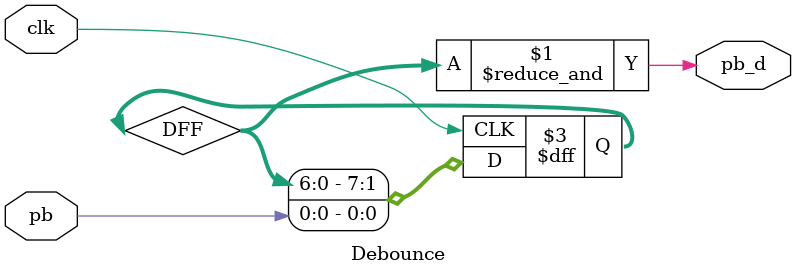
<source format=v>
`include "clock_divisor.v"
`include "mouse.v"
`include "vga.v"
`include "pixel_gen.v"

module Top (
    input clk,
    input rst,
    input button_in_U,
    input button_in_D,
    input button_in_L,
    input button_in_R,
    input button_in_M,
    output [3:0] vgaRed,
    output [3:0] vgaGreen,
    output [3:0] vgaBlue,
    output hsync,
    output vsync,
    inout PS2_CLK,
    inout PS2_DATA
);

    wire button_U, button_D, button_L, button_R, button_M;
    Debounce DB_U (clk, button_in_U, button_U);
    Debounce DB_D (clk, button_in_D, button_D);
    Debounce DB_L (clk, button_in_L, button_L);
    Debounce DB_R (clk, button_in_R, button_R);
    Debounce DB_M (clk, button_in_M, button_M);

    wire clk_25MHz;
    Clk_Divisor_4 Clk_Div_4 (clk, clk_25MHz);

    wire valid;
    wire clk_frame;
    wire [9:0] h_cnt;  //640
    wire [9:0] v_cnt;  //480

    wire enable_mouse_display;
    wire [9:0] mouseX, mouseY;
    wire [3:0] MOUSE_RED, MOUSE_GREEN, MOUSE_BLUE;
    wire [11:0] MOUSE_PIXEL = {MOUSE_RED, MOUSE_GREEN, MOUSE_BLUE};

    Pixel_Gen Pixel_Gen (
        .h_cnt(h_cnt),
        .v_cnt(v_cnt),
        .mouseX(mouseX),
        .mouseY(mouseY),
        .valid(valid),
        .enable_mouse_display(enable_mouse_display),
        .mouse_pixel(MOUSE_PIXEL),
        .vgaRed(vgaRed),
        .vgaGreen(vgaGreen),
        .vgaBlue(vgaBlue)
    );

    VGA_Control VGA_Ctrl (
        .pclk(clk_25MHz),
        .reset(rst),
        .hsync(hsync),
        .vsync(vsync),
        .valid(valid),
        .h_cnt(h_cnt),
        .v_cnt(v_cnt),
        .clk_frame(clk_frame)
    );

    Mouse Mouse_Ctrl (
        .clk(clk),
        .h_cnt(h_cnt),
        .v_cnt(v_cnt),
        .enable_mouse_display(enable_mouse_display),
        .MOUSE_X_POS(mouseX),
        .MOUSE_Y_POS(mouseY),
        .red(MOUSE_RED),
        .green(MOUSE_GREEN),
        .blue(MOUSE_BLUE),
        .PS2_CLK(PS2_CLK),
        .PS2_DATA(PS2_DATA)
    );
endmodule

module Debounce(clk, pb, pb_d);
    input clk, pb;
    output pb_d;
    reg [8-1:0] DFF;

    assign pb_d = &DFF;
    always @(posedge clk) DFF[7:0] <= {DFF[6:0], pb};
endmodule
</source>
